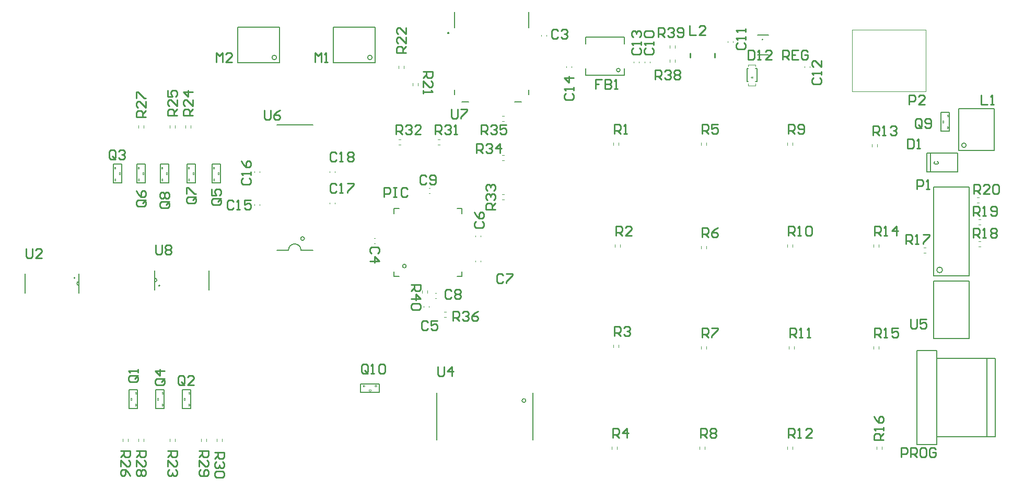
<source format=gto>
%FSLAX44Y44*%
%MOMM*%
G71*
G01*
G75*
G04 Layer_Color=65535*
%ADD10R,1.1000X0.6000*%
%ADD11R,1.5000X0.2500*%
%ADD12R,0.2500X1.5000*%
%ADD13R,0.6000X2.0000*%
%ADD14R,0.5588X1.6002*%
%ADD15R,0.8000X0.4000*%
%ADD16R,0.9000X0.5000*%
%ADD17C,1.2000*%
G04:AMPARAMS|DCode=18|XSize=1.5mm|YSize=0.8mm|CornerRadius=0.2mm|HoleSize=0mm|Usage=FLASHONLY|Rotation=0.000|XOffset=0mm|YOffset=0mm|HoleType=Round|Shape=RoundedRectangle|*
%AMROUNDEDRECTD18*
21,1,1.5000,0.4000,0,0,0.0*
21,1,1.1000,0.8000,0,0,0.0*
1,1,0.4000,0.5500,-0.2000*
1,1,0.4000,-0.5500,-0.2000*
1,1,0.4000,-0.5500,0.2000*
1,1,0.4000,0.5500,0.2000*
%
%ADD18ROUNDEDRECTD18*%
G04:AMPARAMS|DCode=19|XSize=1.5mm|YSize=0.8mm|CornerRadius=0.2mm|HoleSize=0mm|Usage=FLASHONLY|Rotation=90.000|XOffset=0mm|YOffset=0mm|HoleType=Round|Shape=RoundedRectangle|*
%AMROUNDEDRECTD19*
21,1,1.5000,0.4000,0,0,90.0*
21,1,1.1000,0.8000,0,0,90.0*
1,1,0.4000,0.2000,0.5500*
1,1,0.4000,0.2000,-0.5500*
1,1,0.4000,-0.2000,-0.5500*
1,1,0.4000,-0.2000,0.5500*
%
%ADD19ROUNDEDRECTD19*%
%ADD20O,1.0000X1.6000*%
G04:AMPARAMS|DCode=21|XSize=1.6mm|YSize=1.8mm|CornerRadius=0.4mm|HoleSize=0mm|Usage=FLASHONLY|Rotation=0.000|XOffset=0mm|YOffset=0mm|HoleType=Round|Shape=RoundedRectangle|*
%AMROUNDEDRECTD21*
21,1,1.6000,1.0000,0,0,0.0*
21,1,0.8000,1.8000,0,0,0.0*
1,1,0.8000,0.4000,-0.5000*
1,1,0.8000,-0.4000,-0.5000*
1,1,0.8000,-0.4000,0.5000*
1,1,0.8000,0.4000,0.5000*
%
%ADD21ROUNDEDRECTD21*%
%ADD22R,0.5000X0.9000*%
%ADD23R,1.7000X2.2000*%
%ADD24R,0.5000X0.6000*%
%ADD25R,0.4000X0.8000*%
%ADD26R,0.6000X0.5000*%
%ADD27R,0.6000X0.6000*%
%ADD28R,4.5000X1.7500*%
%ADD29C,0.2000*%
%ADD30C,1.0000*%
%ADD31C,0.4000*%
%ADD32C,1.5240*%
%ADD33O,2.6416X1.3208*%
%ADD34R,1.5240X1.5240*%
%ADD35C,2.4000*%
%ADD36R,1.2000X2.8000*%
%ADD37C,1.8000*%
%ADD38C,2.0000*%
%ADD39C,1.7000*%
%ADD40R,1.7000X1.7000*%
%ADD41C,1.2700*%
%ADD42C,0.1000*%
%ADD43C,0.1524*%
%ADD44C,0.1500*%
%ADD45C,0.0500*%
%ADD46C,0.1270*%
%ADD47C,0.2540*%
D29*
X699000Y431800D02*
G03*
X699000Y431800I-3000J0D01*
G01*
X892600Y213700D02*
G03*
X892600Y213700I-3000J0D01*
G01*
X533900Y476350D02*
G03*
X533900Y476350I-3000J0D01*
G01*
X162430Y412390D02*
G03*
X162430Y412390I-1000J0D01*
G01*
X299470Y400010D02*
G03*
X299470Y400010I-1000J0D01*
G01*
X788820Y697430D02*
X799820D01*
X874820D02*
X885820D01*
X897820Y818430D02*
Y843430D01*
X776820Y818430D02*
Y843430D01*
Y709430D02*
Y717430D01*
X897820Y709430D02*
Y717430D01*
X766320Y808930D02*
Y810596D01*
X767986D01*
Y808930D01*
X766320D01*
D42*
X1277030Y798790D02*
G03*
X1277030Y798790I-1000J0D01*
G01*
X461200Y583200D02*
Y585200D01*
X453200Y583200D02*
Y585200D01*
X461200Y529860D02*
Y531860D01*
X453200Y529860D02*
Y531860D01*
X1075880Y761000D02*
Y763000D01*
X1067880Y761000D02*
Y763000D01*
X745760Y379540D02*
X747760D01*
X745760Y387540D02*
X747760D01*
X966660Y753380D02*
Y755380D01*
X958660Y753380D02*
Y755380D01*
X1421120Y714820D02*
Y814820D01*
X1541120Y714820D02*
Y814820D01*
X1421120Y714820D02*
X1541120D01*
X1421120Y814820D02*
X1541120D01*
X1344740Y753380D02*
Y755380D01*
X1352740Y753380D02*
Y755380D01*
X1228280Y794020D02*
Y796020D01*
X1220280Y794020D02*
Y796020D01*
X1085660Y761000D02*
Y763000D01*
X1093660Y761000D02*
Y763000D01*
X735600Y557720D02*
X737600D01*
X735600Y549720D02*
X737600D01*
X646700Y468440D02*
X648700D01*
X646700Y476440D02*
X648700D01*
X811340Y479060D02*
Y481060D01*
X819340Y479060D02*
Y481060D01*
X811340Y438420D02*
Y440420D01*
X819340Y438420D02*
Y440420D01*
X735520Y364760D02*
Y366760D01*
X727520Y364760D02*
Y366760D01*
X575120Y583200D02*
Y585200D01*
X583120Y583200D02*
Y585200D01*
X575120Y532400D02*
Y534400D01*
X583120Y532400D02*
Y534400D01*
X926020Y804180D02*
Y806180D01*
X918020Y804180D02*
Y806180D01*
X1253200Y758200D02*
X1265200D01*
Y755200D02*
Y758200D01*
X1253200Y755200D02*
Y758200D01*
X1265200Y724200D02*
Y727200D01*
X1253200Y724200D02*
Y727200D01*
Y724200D02*
X1265200D01*
D43*
X528360Y457300D02*
G03*
X508040Y457300I-10160J0D01*
G01*
X168288Y406548D02*
G03*
X168288Y400452I0J-3048D01*
G01*
X291612Y405852D02*
G03*
X291612Y411948I0J3048D01*
G01*
X904100Y150300D02*
Y226300D01*
X748100Y150300D02*
Y226300D01*
X488990Y660500D02*
X547410D01*
X488990Y457300D02*
X508040D01*
X528360D02*
X547410D01*
X168288Y406548D02*
Y419248D01*
Y400452D02*
Y406548D01*
Y387752D02*
Y400452D01*
X80912Y387752D02*
Y419248D01*
X291612Y393152D02*
Y405852D01*
Y411948D01*
Y424648D01*
X378988Y393152D02*
Y424648D01*
D44*
X643672Y769620D02*
G03*
X643672Y769620I-3592J0D01*
G01*
X1567949Y425450D02*
G03*
X1567949Y425450I-4579J0D01*
G01*
X1045510Y749300D02*
G03*
X1045510Y749300I-2840J0D01*
G01*
X1606332Y627380D02*
G03*
X1606332Y627380I-3592J0D01*
G01*
X488732Y769620D02*
G03*
X488732Y769620I-3592J0D01*
G01*
X1268550Y805900D02*
X1286050D01*
X1268550Y773900D02*
X1286050D01*
X679100Y414900D02*
Y422900D01*
Y414900D02*
X687100D01*
X789100D02*
Y422900D01*
X781100Y414900D02*
X789100D01*
X781100Y524900D02*
X789100D01*
Y516900D02*
Y524900D01*
X679100Y516900D02*
Y524900D01*
X687100D01*
X1548550Y584440D02*
Y614440D01*
X1542200D02*
X1592200D01*
X1542200Y584440D02*
X1592200D01*
Y614440D01*
X1542200Y584440D02*
Y614440D01*
X580880Y761020D02*
Y818520D01*
X648480D01*
X580880Y761020D02*
X648480D01*
Y818520D01*
X1653240Y154940D02*
Y281940D01*
X1558440Y154940D02*
X1653240D01*
X1558440Y281940D02*
X1653240D01*
X1640240Y154940D02*
Y281940D01*
X1558440Y142240D02*
Y294640D01*
X1526640Y142240D02*
X1558440D01*
X1526640Y294640D02*
X1558440D01*
X1526640Y142240D02*
Y294640D01*
X1553500Y415780D02*
X1611000D01*
X1553500D02*
Y559580D01*
X1611000Y415780D02*
Y559580D01*
X1553500D02*
X1611000D01*
X990080Y741160D02*
Y752160D01*
X1052080Y741160D02*
Y752160D01*
X990080Y792160D02*
Y803160D01*
X1052080Y792160D02*
Y803160D01*
X990080D02*
X1052080D01*
X990080Y741160D02*
X1052080D01*
X1594140Y618980D02*
X1651640D01*
X1594140D02*
Y686580D01*
X1651640Y618980D02*
Y686580D01*
X1594140D02*
X1651640D01*
X1553500Y314180D02*
X1611000D01*
X1553500D02*
Y407180D01*
X1611000Y314180D02*
Y407180D01*
X1553500D02*
X1611000D01*
X425940Y761020D02*
Y818520D01*
X493540D01*
X425940Y761020D02*
X493540D01*
Y818520D01*
X1250950Y751700D02*
X1253200D01*
X1265200D02*
X1267450D01*
X1265200Y730700D02*
X1267450D01*
X1250950D02*
X1253200D01*
X1267450D02*
Y751700D01*
X1250950Y730700D02*
Y751700D01*
X1555852Y600899D02*
X1554852Y599899D01*
Y597900D01*
X1555852Y596900D01*
X1559850D01*
X1560850Y597900D01*
Y599899D01*
X1559850Y600899D01*
D45*
X717740Y724440D02*
Y728440D01*
X709740Y724440D02*
Y728440D01*
X1469580Y135160D02*
Y139160D01*
X1461580Y135160D02*
Y139160D01*
X1042860Y627920D02*
Y631920D01*
X1034860Y627920D02*
Y631920D01*
X1045400Y462820D02*
Y466820D01*
X1037400Y462820D02*
Y466820D01*
X1042860Y300260D02*
Y304260D01*
X1034860Y300260D02*
Y304260D01*
X1040320Y135160D02*
Y139160D01*
X1032320Y135160D02*
Y139160D01*
X1185100Y627920D02*
Y631920D01*
X1177100Y627920D02*
Y631920D01*
X1185100Y460280D02*
Y464280D01*
X1177100Y460280D02*
Y464280D01*
X1185100Y297720D02*
Y301720D01*
X1177100Y297720D02*
Y301720D01*
X1182560Y135160D02*
Y139160D01*
X1174560Y135160D02*
Y139160D01*
X1324800Y627920D02*
Y631920D01*
X1316800Y627920D02*
Y631920D01*
X1324800Y462820D02*
Y466820D01*
X1316800Y462820D02*
Y466820D01*
X1327340Y297720D02*
Y301720D01*
X1319340Y297720D02*
Y301720D01*
X1324800Y135160D02*
Y139160D01*
X1316800Y135160D02*
Y139160D01*
X1461960Y625380D02*
Y629380D01*
X1453960Y625380D02*
Y629380D01*
X1464500Y462820D02*
Y466820D01*
X1456500Y462820D02*
Y466820D01*
X1464500Y297720D02*
Y301720D01*
X1456500Y297720D02*
Y301720D01*
X686340Y636460D02*
X690340D01*
X686340Y628460D02*
X690340D01*
X749840Y636460D02*
X753840D01*
X749840Y628460D02*
X753840D01*
X1134300Y784940D02*
Y788940D01*
X1126300Y784940D02*
Y788940D01*
X1134300Y762540D02*
Y766540D01*
X1126300Y762540D02*
Y766540D01*
X1537240Y461200D02*
X1541240D01*
X1537240Y453200D02*
X1541240D01*
X1626140Y471360D02*
X1630140D01*
X1626140Y463360D02*
X1630140D01*
X1626140Y506920D02*
X1630140D01*
X1626140Y498920D02*
X1630140D01*
X1623600Y542480D02*
X1627600D01*
X1623600Y534480D02*
X1627600D01*
X724980Y388240D02*
Y392240D01*
X732980Y388240D02*
Y392240D01*
X760000Y349060D02*
X764000D01*
X760000Y357060D02*
X764000D01*
X694880Y752380D02*
Y756380D01*
X686880Y752380D02*
Y756380D01*
X853980Y611060D02*
X857980D01*
X853980Y603060D02*
X857980D01*
X853980Y674560D02*
X857980D01*
X853980Y666560D02*
X857980D01*
X853980Y547560D02*
X857980D01*
X853980Y539560D02*
X857980D01*
X392240Y147860D02*
Y151860D01*
X400240Y147860D02*
Y151860D01*
X366840Y147860D02*
Y151860D01*
X374840Y147860D02*
Y151860D01*
X273240Y655860D02*
Y659860D01*
X265240Y655860D02*
Y659860D01*
X324040Y655860D02*
Y659860D01*
X316040Y655860D02*
Y659860D01*
X239840Y147860D02*
Y151860D01*
X247840Y147860D02*
Y151860D01*
X265240Y147860D02*
Y151860D01*
X273240Y147860D02*
Y151860D01*
X349440Y655860D02*
Y659860D01*
X341440Y655860D02*
Y659860D01*
X316040Y147860D02*
Y151860D01*
X324040Y147860D02*
Y151860D01*
X631149Y236761D02*
X631649Y237260D01*
Y238260D01*
X631149Y238760D01*
X630649D01*
X630149Y238260D01*
Y237260D01*
X629650Y236761D01*
X629150D01*
X628650Y237260D01*
Y238260D01*
X629150Y238760D01*
X650199Y236761D02*
X650699Y237260D01*
Y238260D01*
X650199Y238760D01*
X648200D01*
X647700Y238260D01*
Y237260D01*
X648200Y236761D01*
X649200D01*
Y237760D01*
X641579Y231140D02*
X638580D01*
Y229641D01*
X639080Y229141D01*
X641079D01*
X641579Y229641D01*
Y231140D01*
X1575341Y674411D02*
X1575840Y673911D01*
X1576840D01*
X1577340Y674411D01*
Y674911D01*
X1576840Y675411D01*
X1575840D01*
X1575341Y675910D01*
Y676410D01*
X1575840Y676910D01*
X1576840D01*
X1577340Y676410D01*
X1575341Y655361D02*
X1575840Y654861D01*
X1576840D01*
X1577340Y655361D01*
Y657360D01*
X1576840Y657860D01*
X1575840D01*
X1575341Y657360D01*
Y656360D01*
X1576340D01*
X1569720Y663981D02*
Y666980D01*
X1568221D01*
X1567721Y666480D01*
Y664481D01*
X1568221Y663981D01*
X1569720D01*
X228059Y572729D02*
X227560Y573229D01*
X226560D01*
X226060Y572729D01*
Y572229D01*
X226560Y571730D01*
X227560D01*
X228059Y571230D01*
Y570730D01*
X227560Y570230D01*
X226560D01*
X226060Y570730D01*
X228059Y591779D02*
X227560Y592279D01*
X226560D01*
X226060Y591779D01*
Y589780D01*
X226560Y589280D01*
X227560D01*
X228059Y589780D01*
Y590779D01*
X227060D01*
X233680Y583159D02*
Y580160D01*
X235180D01*
X235679Y580660D01*
Y582659D01*
X235180Y583159D01*
X233680D01*
X345981Y224831D02*
X346480Y224331D01*
X347480D01*
X347980Y224831D01*
Y225331D01*
X347480Y225830D01*
X346480D01*
X345981Y226330D01*
Y226830D01*
X346480Y227330D01*
X347480D01*
X347980Y226830D01*
X345981Y205781D02*
X346480Y205281D01*
X347480D01*
X347980Y205781D01*
Y207780D01*
X347480Y208280D01*
X346480D01*
X345981Y207780D01*
Y206780D01*
X346980D01*
X340360Y214401D02*
Y217400D01*
X338861D01*
X338361Y216900D01*
Y214901D01*
X338861Y214401D01*
X340360D01*
X388079Y572729D02*
X387579Y573229D01*
X386580D01*
X386080Y572729D01*
Y572229D01*
X386580Y571730D01*
X387579D01*
X388079Y571230D01*
Y570730D01*
X387579Y570230D01*
X386580D01*
X386080Y570730D01*
X388079Y591779D02*
X387579Y592279D01*
X386580D01*
X386080Y591779D01*
Y589780D01*
X386580Y589280D01*
X387579D01*
X388079Y589780D01*
Y590779D01*
X387080D01*
X393700Y583159D02*
Y580160D01*
X395200D01*
X395699Y580660D01*
Y582659D01*
X395200Y583159D01*
X393700D01*
X266159Y572729D02*
X265660Y573229D01*
X264660D01*
X264160Y572729D01*
Y572229D01*
X264660Y571730D01*
X265660D01*
X266159Y571230D01*
Y570730D01*
X265660Y570230D01*
X264660D01*
X264160Y570730D01*
X266159Y591779D02*
X265660Y592279D01*
X264660D01*
X264160Y591779D01*
Y589780D01*
X264660Y589280D01*
X265660D01*
X266159Y589780D01*
Y590779D01*
X265160D01*
X271780Y583159D02*
Y580160D01*
X273279D01*
X273779Y580660D01*
Y582659D01*
X273279Y583159D01*
X271780D01*
X347439Y572729D02*
X346940Y573229D01*
X345940D01*
X345440Y572729D01*
Y572229D01*
X345940Y571730D01*
X346940D01*
X347439Y571230D01*
Y570730D01*
X346940Y570230D01*
X345940D01*
X345440Y570730D01*
X347439Y591779D02*
X346940Y592279D01*
X345940D01*
X345440Y591779D01*
Y589780D01*
X345940Y589280D01*
X346940D01*
X347439Y589780D01*
Y590779D01*
X346440D01*
X353060Y583159D02*
Y580160D01*
X354560D01*
X355059Y580660D01*
Y582659D01*
X354560Y583159D01*
X353060D01*
X304259Y572729D02*
X303759Y573229D01*
X302760D01*
X302260Y572729D01*
Y572229D01*
X302760Y571730D01*
X303759D01*
X304259Y571230D01*
Y570730D01*
X303759Y570230D01*
X302760D01*
X302260Y570730D01*
X304259Y591779D02*
X303759Y592279D01*
X302760D01*
X302260Y591779D01*
Y589780D01*
X302760Y589280D01*
X303759D01*
X304259Y589780D01*
Y590779D01*
X303260D01*
X309880Y583159D02*
Y580160D01*
X311380D01*
X311879Y580660D01*
Y582659D01*
X311380Y583159D01*
X309880D01*
X302801Y224831D02*
X303300Y224331D01*
X304300D01*
X304800Y224831D01*
Y225331D01*
X304300Y225830D01*
X303300D01*
X302801Y226330D01*
Y226830D01*
X303300Y227330D01*
X304300D01*
X304800Y226830D01*
X302801Y205781D02*
X303300Y205281D01*
X304300D01*
X304800Y205781D01*
Y207780D01*
X304300Y208280D01*
X303300D01*
X302801Y207780D01*
Y206780D01*
X303800D01*
X297180Y214401D02*
Y217400D01*
X295681D01*
X295181Y216900D01*
Y214901D01*
X295681Y214401D01*
X297180D01*
X259621Y224831D02*
X260121Y224331D01*
X261120D01*
X261620Y224831D01*
Y225331D01*
X261120Y225830D01*
X260121D01*
X259621Y226330D01*
Y226830D01*
X260121Y227330D01*
X261120D01*
X261620Y226830D01*
X259621Y205781D02*
X260121Y205281D01*
X261120D01*
X261620Y205781D01*
Y207780D01*
X261120Y208280D01*
X260121D01*
X259621Y207780D01*
Y206780D01*
X260620D01*
X254000Y214401D02*
Y217400D01*
X252500D01*
X252001Y216900D01*
Y214901D01*
X252500Y214401D01*
X254000D01*
X1260470Y738660D02*
X1258471D01*
X1257471Y737660D01*
X1258471Y736661D01*
X1260470D01*
X1258970D01*
Y738660D01*
D46*
X655280Y226680D02*
Y240680D01*
X624880Y226680D02*
X655280D01*
X624880D02*
Y240680D01*
X655280D01*
X1565260Y650280D02*
X1579260D01*
X1565260D02*
Y680680D01*
X1579260D01*
Y650280D02*
Y680680D01*
X224140Y596860D02*
X238140D01*
Y566460D02*
Y596860D01*
X224140Y566460D02*
X238140D01*
X224140D02*
Y596860D01*
X335900Y200700D02*
X349900D01*
X335900D02*
Y231100D01*
X349900D01*
Y200700D02*
Y231100D01*
X384160Y596860D02*
X398160D01*
Y566460D02*
Y596860D01*
X384160Y566460D02*
X398160D01*
X384160D02*
Y596860D01*
X262240D02*
X276240D01*
Y566460D02*
Y596860D01*
X262240Y566460D02*
X276240D01*
X262240D02*
Y596860D01*
X343520D02*
X357520D01*
Y566460D02*
Y596860D01*
X343520Y566460D02*
X357520D01*
X343520D02*
Y596860D01*
X300340D02*
X314340D01*
Y566460D02*
Y596860D01*
X300340Y566460D02*
X314340D01*
X300340D02*
Y596860D01*
X292720Y200700D02*
X306720D01*
X292720D02*
Y231100D01*
X306720D01*
Y200700D02*
Y231100D01*
X249540Y200700D02*
X263540D01*
X249540D02*
Y231100D01*
X263540D01*
Y200700D02*
Y231100D01*
D47*
X1159100Y769550D02*
Y776550D01*
X1199100Y769550D02*
Y776550D01*
X663100Y543800D02*
Y559035D01*
X670717D01*
X673257Y556496D01*
Y551418D01*
X670717Y548878D01*
X663100D01*
X678335Y559035D02*
X683413D01*
X680874D01*
Y543800D01*
X678335D01*
X683413D01*
X701188Y556496D02*
X698649Y559035D01*
X693570D01*
X691031Y556496D01*
Y546339D01*
X693570Y543800D01*
X698649D01*
X701188Y546339D01*
X1309100Y766200D02*
Y781435D01*
X1316718D01*
X1319257Y778896D01*
Y773818D01*
X1316718Y771278D01*
X1309100D01*
X1314178D02*
X1319257Y766200D01*
X1334492Y781435D02*
X1324335D01*
Y766200D01*
X1334492D01*
X1324335Y773818D02*
X1329413D01*
X1349727Y778896D02*
X1347188Y781435D01*
X1342109D01*
X1339570Y778896D01*
Y768739D01*
X1342109Y766200D01*
X1347188D01*
X1349727Y768739D01*
Y773818D01*
X1344648D01*
X1511046Y638043D02*
Y622808D01*
X1518663D01*
X1521203Y625347D01*
Y635504D01*
X1518663Y638043D01*
X1511046D01*
X1526281Y622808D02*
X1531359D01*
X1528820D01*
Y638043D01*
X1526281Y635504D01*
X293290Y465615D02*
Y452919D01*
X295829Y450380D01*
X300907D01*
X303447Y452919D01*
Y465615D01*
X308525Y463076D02*
X311064Y465615D01*
X316143D01*
X318682Y463076D01*
Y460537D01*
X316143Y457998D01*
X318682Y455458D01*
Y452919D01*
X316143Y450380D01*
X311064D01*
X308525Y452919D01*
Y455458D01*
X311064Y457998D01*
X308525Y460537D01*
Y463076D01*
X311064Y457998D02*
X316143D01*
X469078Y684041D02*
Y671345D01*
X471617Y668806D01*
X476696D01*
X479235Y671345D01*
Y684041D01*
X494470D02*
X489391Y681502D01*
X484313Y676423D01*
Y671345D01*
X486852Y668806D01*
X491931D01*
X494470Y671345D01*
Y673884D01*
X491931Y676423D01*
X484313D01*
X749992Y268647D02*
Y255951D01*
X752531Y253412D01*
X757609D01*
X760149Y255951D01*
Y268647D01*
X772845Y253412D02*
Y268647D01*
X765227Y261030D01*
X775384D01*
X82574Y460179D02*
Y447483D01*
X85113Y444944D01*
X90191D01*
X92731Y447483D01*
Y460179D01*
X107966Y444944D02*
X97809D01*
X107966Y455101D01*
Y457640D01*
X105427Y460179D01*
X100348D01*
X97809Y457640D01*
X1501140Y121920D02*
Y137155D01*
X1508757D01*
X1511297Y134616D01*
Y129537D01*
X1508757Y126998D01*
X1501140D01*
X1516375Y121920D02*
Y137155D01*
X1523993D01*
X1526532Y134616D01*
Y129537D01*
X1523993Y126998D01*
X1516375D01*
X1521453D02*
X1526532Y121920D01*
X1539228Y137155D02*
X1534149D01*
X1531610Y134616D01*
Y124459D01*
X1534149Y121920D01*
X1539228D01*
X1541767Y124459D01*
Y134616D01*
X1539228Y137155D01*
X1557002Y134616D02*
X1554463Y137155D01*
X1549384D01*
X1546845Y134616D01*
Y124459D01*
X1549384Y121920D01*
X1554463D01*
X1557002Y124459D01*
Y129537D01*
X1551924D01*
X551180Y762000D02*
Y777235D01*
X556258Y772157D01*
X561337Y777235D01*
Y762000D01*
X566415D02*
X571493D01*
X568954D01*
Y777235D01*
X566415Y774696D01*
X391160Y762000D02*
Y777235D01*
X396238Y772157D01*
X401317Y777235D01*
Y762000D01*
X416552D02*
X406395D01*
X416552Y772157D01*
Y774696D01*
X414013Y777235D01*
X408934D01*
X406395Y774696D01*
X1472280Y149860D02*
X1457045D01*
Y157478D01*
X1459584Y160017D01*
X1464662D01*
X1467202Y157478D01*
Y149860D01*
Y154938D02*
X1472280Y160017D01*
Y165095D02*
Y170173D01*
Y167634D01*
X1457045D01*
X1459584Y165095D01*
X1457045Y187948D02*
X1459584Y182869D01*
X1464662Y177791D01*
X1469741D01*
X1472280Y180330D01*
Y185408D01*
X1469741Y187948D01*
X1467202D01*
X1464662Y185408D01*
Y177791D01*
X1457960Y316230D02*
Y331465D01*
X1465578D01*
X1468117Y328926D01*
Y323848D01*
X1465578Y321308D01*
X1457960D01*
X1463038D02*
X1468117Y316230D01*
X1473195D02*
X1478273D01*
X1475734D01*
Y331465D01*
X1473195Y328926D01*
X1496048Y331465D02*
X1485891D01*
Y323848D01*
X1490969Y326387D01*
X1493508D01*
X1496048Y323848D01*
Y318769D01*
X1493508Y316230D01*
X1488430D01*
X1485891Y318769D01*
X1457960Y481330D02*
Y496565D01*
X1465578D01*
X1468117Y494026D01*
Y488947D01*
X1465578Y486408D01*
X1457960D01*
X1463038D02*
X1468117Y481330D01*
X1473195D02*
X1478273D01*
X1475734D01*
Y496565D01*
X1473195Y494026D01*
X1493508Y481330D02*
Y496565D01*
X1485891Y488947D01*
X1496048D01*
X1455420Y643890D02*
Y659125D01*
X1463038D01*
X1465577Y656586D01*
Y651507D01*
X1463038Y648968D01*
X1455420D01*
X1460498D02*
X1465577Y643890D01*
X1470655D02*
X1475733D01*
X1473194D01*
Y659125D01*
X1470655Y656586D01*
X1483351D02*
X1485890Y659125D01*
X1490968D01*
X1493508Y656586D01*
Y654047D01*
X1490968Y651507D01*
X1488429D01*
X1490968D01*
X1493508Y648968D01*
Y646429D01*
X1490968Y643890D01*
X1485890D01*
X1483351Y646429D01*
X1318260Y153670D02*
Y168905D01*
X1325878D01*
X1328417Y166366D01*
Y161287D01*
X1325878Y158748D01*
X1318260D01*
X1323338D02*
X1328417Y153670D01*
X1333495D02*
X1338573D01*
X1336034D01*
Y168905D01*
X1333495Y166366D01*
X1356348Y153670D02*
X1346191D01*
X1356348Y163827D01*
Y166366D01*
X1353808Y168905D01*
X1348730D01*
X1346191Y166366D01*
X1320800Y316230D02*
Y331465D01*
X1328418D01*
X1330957Y328926D01*
Y323848D01*
X1328418Y321308D01*
X1320800D01*
X1325878D02*
X1330957Y316230D01*
X1336035D02*
X1341113D01*
X1338574D01*
Y331465D01*
X1336035Y328926D01*
X1348731Y316230D02*
X1353809D01*
X1351270D01*
Y331465D01*
X1348731Y328926D01*
X1318260Y481330D02*
Y496565D01*
X1325878D01*
X1328417Y494026D01*
Y488947D01*
X1325878Y486408D01*
X1318260D01*
X1323338D02*
X1328417Y481330D01*
X1333495D02*
X1338573D01*
X1336034D01*
Y496565D01*
X1333495Y494026D01*
X1346191D02*
X1348730Y496565D01*
X1353808D01*
X1356348Y494026D01*
Y483869D01*
X1353808Y481330D01*
X1348730D01*
X1346191Y483869D01*
Y494026D01*
X1318260Y646430D02*
Y661665D01*
X1325878D01*
X1328417Y659126D01*
Y654047D01*
X1325878Y651508D01*
X1318260D01*
X1323338D02*
X1328417Y646430D01*
X1333495Y648969D02*
X1336034Y646430D01*
X1341113D01*
X1343652Y648969D01*
Y659126D01*
X1341113Y661665D01*
X1336034D01*
X1333495Y659126D01*
Y656587D01*
X1336034Y654047D01*
X1343652D01*
X1176020Y153670D02*
Y168905D01*
X1183637D01*
X1186177Y166366D01*
Y161287D01*
X1183637Y158748D01*
X1176020D01*
X1181098D02*
X1186177Y153670D01*
X1191255Y166366D02*
X1193794Y168905D01*
X1198873D01*
X1201412Y166366D01*
Y163827D01*
X1198873Y161287D01*
X1201412Y158748D01*
Y156209D01*
X1198873Y153670D01*
X1193794D01*
X1191255Y156209D01*
Y158748D01*
X1193794Y161287D01*
X1191255Y163827D01*
Y166366D01*
X1193794Y161287D02*
X1198873D01*
X1178718Y316230D02*
Y331465D01*
X1186336D01*
X1188875Y328926D01*
Y323848D01*
X1186336Y321308D01*
X1178718D01*
X1183796D02*
X1188875Y316230D01*
X1193953Y331465D02*
X1204110D01*
Y328926D01*
X1193953Y318769D01*
Y316230D01*
X1178560Y478790D02*
Y494025D01*
X1186178D01*
X1188717Y491486D01*
Y486408D01*
X1186178Y483868D01*
X1178560D01*
X1183638D02*
X1188717Y478790D01*
X1203952Y494025D02*
X1198873Y491486D01*
X1193795Y486408D01*
Y481329D01*
X1196334Y478790D01*
X1201413D01*
X1203952Y481329D01*
Y483868D01*
X1201413Y486408D01*
X1193795D01*
X1178560Y646430D02*
Y661665D01*
X1186178D01*
X1188717Y659126D01*
Y654047D01*
X1186178Y651508D01*
X1178560D01*
X1183638D02*
X1188717Y646430D01*
X1203952Y661665D02*
X1193795D01*
Y654047D01*
X1198873Y656587D01*
X1201413D01*
X1203952Y654047D01*
Y648969D01*
X1201413Y646430D01*
X1196334D01*
X1193795Y648969D01*
X1033780Y153670D02*
Y168905D01*
X1041397D01*
X1043937Y166366D01*
Y161287D01*
X1041397Y158748D01*
X1033780D01*
X1038858D02*
X1043937Y153670D01*
X1056633D02*
Y168905D01*
X1049015Y161287D01*
X1059172D01*
X1036478Y318770D02*
Y334005D01*
X1044096D01*
X1046635Y331466D01*
Y326387D01*
X1044096Y323848D01*
X1036478D01*
X1041556D02*
X1046635Y318770D01*
X1051713Y331466D02*
X1054252Y334005D01*
X1059331D01*
X1061870Y331466D01*
Y328927D01*
X1059331Y326387D01*
X1056791D01*
X1059331D01*
X1061870Y323848D01*
Y321309D01*
X1059331Y318770D01*
X1054252D01*
X1051713Y321309D01*
X1038860Y481330D02*
Y496565D01*
X1046478D01*
X1049017Y494026D01*
Y488947D01*
X1046478Y486408D01*
X1038860D01*
X1043938D02*
X1049017Y481330D01*
X1064252D02*
X1054095D01*
X1064252Y491487D01*
Y494026D01*
X1061713Y496565D01*
X1056634D01*
X1054095Y494026D01*
X1036320Y646430D02*
Y661665D01*
X1043938D01*
X1046477Y659126D01*
Y654047D01*
X1043938Y651508D01*
X1036320D01*
X1041398D02*
X1046477Y646430D01*
X1051555D02*
X1056633D01*
X1054094D01*
Y661665D01*
X1051555Y659126D01*
X957584Y711197D02*
X955045Y708658D01*
Y703579D01*
X957584Y701040D01*
X967741D01*
X970280Y703579D01*
Y708658D01*
X967741Y711197D01*
X970280Y716275D02*
Y721353D01*
Y718814D01*
X955045D01*
X957584Y716275D01*
X970280Y736589D02*
X955045D01*
X962663Y728971D01*
Y739128D01*
X1015997Y734055D02*
X1005840D01*
Y726438D01*
X1010918D01*
X1005840D01*
Y718820D01*
X1021075Y734055D02*
Y718820D01*
X1028693D01*
X1031232Y721359D01*
Y723898D01*
X1028693Y726438D01*
X1021075D01*
X1028693D01*
X1031232Y728977D01*
Y731516D01*
X1028693Y734055D01*
X1021075D01*
X1036310Y718820D02*
X1041388D01*
X1038849D01*
Y734055D01*
X1036310Y731516D01*
X1066804Y784857D02*
X1064265Y782318D01*
Y777239D01*
X1066804Y774700D01*
X1076961D01*
X1079500Y777239D01*
Y782318D01*
X1076961Y784857D01*
X1079500Y789935D02*
Y795013D01*
Y792474D01*
X1064265D01*
X1066804Y789935D01*
Y802631D02*
X1064265Y805170D01*
Y810248D01*
X1066804Y812788D01*
X1069343D01*
X1071882Y810248D01*
Y807709D01*
Y810248D01*
X1074422Y812788D01*
X1076961D01*
X1079500Y810248D01*
Y805170D01*
X1076961Y802631D01*
X944877Y812746D02*
X942337Y815285D01*
X937259D01*
X934720Y812746D01*
Y802589D01*
X937259Y800050D01*
X942337D01*
X944877Y802589D01*
X949955Y812746D02*
X952494Y815285D01*
X957573D01*
X960112Y812746D01*
Y810207D01*
X957573Y807667D01*
X955033D01*
X957573D01*
X960112Y805128D01*
Y802589D01*
X957573Y800050D01*
X952494D01*
X949955Y802589D01*
X652776Y452123D02*
X655315Y454663D01*
Y459741D01*
X652776Y462280D01*
X642619D01*
X640080Y459741D01*
Y454663D01*
X642619Y452123D01*
X640080Y439427D02*
X655315D01*
X647698Y447045D01*
Y436888D01*
X734057Y340356D02*
X731517Y342895D01*
X726439D01*
X723900Y340356D01*
Y330199D01*
X726439Y327660D01*
X731517D01*
X734057Y330199D01*
X749292Y342895D02*
X739135D01*
Y335277D01*
X744213Y337817D01*
X746753D01*
X749292Y335277D01*
Y330199D01*
X746753Y327660D01*
X741674D01*
X739135Y330199D01*
X811544Y504217D02*
X809004Y501678D01*
Y496599D01*
X811544Y494060D01*
X821700D01*
X824240Y496599D01*
Y501678D01*
X821700Y504217D01*
X809004Y519452D02*
X811544Y514373D01*
X816622Y509295D01*
X821700D01*
X824240Y511834D01*
Y516913D01*
X821700Y519452D01*
X819161D01*
X816622Y516913D01*
Y509295D01*
X855977Y416556D02*
X853438Y419095D01*
X848359D01*
X845820Y416556D01*
Y406399D01*
X848359Y403860D01*
X853438D01*
X855977Y406399D01*
X861055Y419095D02*
X871212D01*
Y416556D01*
X861055Y406399D01*
Y403860D01*
X772157Y391156D02*
X769617Y393695D01*
X764539D01*
X762000Y391156D01*
Y380999D01*
X764539Y378460D01*
X769617D01*
X772157Y380999D01*
X777235Y391156D02*
X779774Y393695D01*
X784853D01*
X787392Y391156D01*
Y388617D01*
X784853Y386077D01*
X787392Y383538D01*
Y380999D01*
X784853Y378460D01*
X779774D01*
X777235Y380999D01*
Y383538D01*
X779774Y386077D01*
X777235Y388617D01*
Y391156D01*
X779774Y386077D02*
X784853D01*
X731517Y576576D02*
X728978Y579115D01*
X723899D01*
X721360Y576576D01*
Y566419D01*
X723899Y563880D01*
X728978D01*
X731517Y566419D01*
X736595D02*
X739134Y563880D01*
X744213D01*
X746752Y566419D01*
Y576576D01*
X744213Y579115D01*
X739134D01*
X736595Y576576D01*
Y574037D01*
X739134Y571497D01*
X746752D01*
X1087124Y784857D02*
X1084585Y782318D01*
Y777239D01*
X1087124Y774700D01*
X1097281D01*
X1099820Y777239D01*
Y782318D01*
X1097281Y784857D01*
X1099820Y789935D02*
Y795013D01*
Y792474D01*
X1084585D01*
X1087124Y789935D01*
Y802631D02*
X1084585Y805170D01*
Y810248D01*
X1087124Y812788D01*
X1097281D01*
X1099820Y810248D01*
Y805170D01*
X1097281Y802631D01*
X1087124D01*
X1235714Y793747D02*
X1233175Y791208D01*
Y786129D01*
X1235714Y783590D01*
X1245871D01*
X1248410Y786129D01*
Y791208D01*
X1245871Y793747D01*
X1248410Y798825D02*
Y803903D01*
Y801364D01*
X1233175D01*
X1235714Y798825D01*
X1248410Y811521D02*
Y816599D01*
Y814060D01*
X1233175D01*
X1235714Y811521D01*
X1358904Y736597D02*
X1356365Y734057D01*
Y728979D01*
X1358904Y726440D01*
X1369061D01*
X1371600Y728979D01*
Y734057D01*
X1369061Y736597D01*
X1371600Y741675D02*
Y746753D01*
Y744214D01*
X1356365D01*
X1358904Y741675D01*
X1371600Y764528D02*
Y754371D01*
X1361443Y764528D01*
X1358904D01*
X1356365Y761989D01*
Y756910D01*
X1358904Y754371D01*
X1630680Y708655D02*
Y693420D01*
X1640837D01*
X1645915D02*
X1650993D01*
X1648454D01*
Y708655D01*
X1645915Y706116D01*
X1513840Y693420D02*
Y708655D01*
X1521458D01*
X1523997Y706116D01*
Y701038D01*
X1521458Y698498D01*
X1513840D01*
X1539232Y693420D02*
X1529075D01*
X1539232Y703577D01*
Y706116D01*
X1536693Y708655D01*
X1531614D01*
X1529075Y706116D01*
X1534157Y657859D02*
Y668016D01*
X1531617Y670555D01*
X1526539D01*
X1524000Y668016D01*
Y657859D01*
X1526539Y655320D01*
X1531617D01*
X1529078Y660398D02*
X1534157Y655320D01*
X1531617D02*
X1534157Y657859D01*
X1539235D02*
X1541774Y655320D01*
X1546853D01*
X1549392Y657859D01*
Y668016D01*
X1546853Y670555D01*
X1541774D01*
X1539235Y668016D01*
Y665477D01*
X1541774Y662937D01*
X1549392D01*
X637029Y260349D02*
Y270506D01*
X634490Y273045D01*
X629411D01*
X626872Y270506D01*
Y260349D01*
X629411Y257810D01*
X634490D01*
X631950Y262888D02*
X637029Y257810D01*
X634490D02*
X637029Y260349D01*
X642107Y257810D02*
X647185D01*
X644646D01*
Y273045D01*
X642107Y270506D01*
X654803D02*
X657342Y273045D01*
X662421D01*
X664960Y270506D01*
Y260349D01*
X662421Y257810D01*
X657342D01*
X654803Y260349D01*
Y270506D01*
X1508760Y467360D02*
Y482595D01*
X1516378D01*
X1518917Y480056D01*
Y474977D01*
X1516378Y472438D01*
X1508760D01*
X1513838D02*
X1518917Y467360D01*
X1523995D02*
X1529073D01*
X1526534D01*
Y482595D01*
X1523995Y480056D01*
X1536691Y482595D02*
X1546848D01*
Y480056D01*
X1536691Y469899D01*
Y467360D01*
X1617980Y477520D02*
Y492755D01*
X1625598D01*
X1628137Y490216D01*
Y485137D01*
X1625598Y482598D01*
X1617980D01*
X1623058D02*
X1628137Y477520D01*
X1633215D02*
X1638293D01*
X1635754D01*
Y492755D01*
X1633215Y490216D01*
X1645911D02*
X1648450Y492755D01*
X1653528D01*
X1656068Y490216D01*
Y487677D01*
X1653528Y485137D01*
X1656068Y482598D01*
Y480059D01*
X1653528Y477520D01*
X1648450D01*
X1645911Y480059D01*
Y482598D01*
X1648450Y485137D01*
X1645911Y487677D01*
Y490216D01*
X1648450Y485137D02*
X1653528D01*
X1617980Y513080D02*
Y528315D01*
X1625598D01*
X1628137Y525776D01*
Y520698D01*
X1625598Y518158D01*
X1617980D01*
X1623058D02*
X1628137Y513080D01*
X1633215D02*
X1638293D01*
X1635754D01*
Y528315D01*
X1633215Y525776D01*
X1645911Y515619D02*
X1648450Y513080D01*
X1653528D01*
X1656068Y515619D01*
Y525776D01*
X1653528Y528315D01*
X1648450D01*
X1645911Y525776D01*
Y523237D01*
X1648450Y520698D01*
X1656068D01*
X1618900Y548640D02*
Y563875D01*
X1626517D01*
X1629057Y561336D01*
Y556258D01*
X1626517Y553718D01*
X1618900D01*
X1623978D02*
X1629057Y548640D01*
X1644292D02*
X1634135D01*
X1644292Y558797D01*
Y561336D01*
X1641753Y563875D01*
X1636674D01*
X1634135Y561336D01*
X1649370D02*
X1651909Y563875D01*
X1656988D01*
X1659527Y561336D01*
Y551179D01*
X1656988Y548640D01*
X1651909D01*
X1649370Y551179D01*
Y561336D01*
X726440Y746760D02*
X741675D01*
Y739143D01*
X739136Y736603D01*
X734057D01*
X731518Y739143D01*
Y746760D01*
Y741682D02*
X726440Y736603D01*
Y721368D02*
Y731525D01*
X736597Y721368D01*
X739136D01*
X741675Y723907D01*
Y728986D01*
X739136Y731525D01*
X726440Y716290D02*
Y711211D01*
Y713751D01*
X741675D01*
X739136Y716290D01*
X698500Y777240D02*
X683265D01*
Y784857D01*
X685804Y787397D01*
X690882D01*
X693422Y784857D01*
Y777240D01*
Y782318D02*
X698500Y787397D01*
Y802632D02*
Y792475D01*
X688343Y802632D01*
X685804D01*
X683265Y800093D01*
Y795014D01*
X685804Y792475D01*
X698500Y817867D02*
Y807710D01*
X688343Y817867D01*
X685804D01*
X683265Y815328D01*
Y810249D01*
X685804Y807710D01*
X745490Y645160D02*
Y660395D01*
X753108D01*
X755647Y657856D01*
Y652777D01*
X753108Y650238D01*
X745490D01*
X750568D02*
X755647Y645160D01*
X760725Y657856D02*
X763264Y660395D01*
X768343D01*
X770882Y657856D01*
Y655317D01*
X768343Y652777D01*
X765803D01*
X768343D01*
X770882Y650238D01*
Y647699D01*
X768343Y645160D01*
X763264D01*
X760725Y647699D01*
X775960Y645160D02*
X781039D01*
X778499D01*
Y660395D01*
X775960Y657856D01*
X681990Y645160D02*
Y660395D01*
X689607D01*
X692147Y657856D01*
Y652777D01*
X689607Y650238D01*
X681990D01*
X687068D02*
X692147Y645160D01*
X697225Y657856D02*
X699764Y660395D01*
X704843D01*
X707382Y657856D01*
Y655317D01*
X704843Y652777D01*
X702303D01*
X704843D01*
X707382Y650238D01*
Y647699D01*
X704843Y645160D01*
X699764D01*
X697225Y647699D01*
X722617Y645160D02*
X712460D01*
X722617Y655317D01*
Y657856D01*
X720078Y660395D01*
X714999D01*
X712460Y657856D01*
X843280Y523240D02*
X828045D01*
Y530858D01*
X830584Y533397D01*
X835663D01*
X838202Y530858D01*
Y523240D01*
Y528318D02*
X843280Y533397D01*
X830584Y538475D02*
X828045Y541014D01*
Y546093D01*
X830584Y548632D01*
X833123D01*
X835663Y546093D01*
Y543553D01*
Y546093D01*
X838202Y548632D01*
X840741D01*
X843280Y546093D01*
Y541014D01*
X840741Y538475D01*
X830584Y553710D02*
X828045Y556249D01*
Y561328D01*
X830584Y563867D01*
X833123D01*
X835663Y561328D01*
Y558788D01*
Y561328D01*
X838202Y563867D01*
X840741D01*
X843280Y561328D01*
Y556249D01*
X840741Y553710D01*
X812800Y614680D02*
Y629915D01*
X820417D01*
X822957Y627376D01*
Y622298D01*
X820417Y619758D01*
X812800D01*
X817878D02*
X822957Y614680D01*
X828035Y627376D02*
X830574Y629915D01*
X835653D01*
X838192Y627376D01*
Y624837D01*
X835653Y622298D01*
X833113D01*
X835653D01*
X838192Y619758D01*
Y617219D01*
X835653Y614680D01*
X830574D01*
X828035Y617219D01*
X850888Y614680D02*
Y629915D01*
X843270Y622298D01*
X853427D01*
X820420Y645160D02*
Y660395D01*
X828037D01*
X830577Y657856D01*
Y652777D01*
X828037Y650238D01*
X820420D01*
X825498D02*
X830577Y645160D01*
X835655Y657856D02*
X838194Y660395D01*
X843273D01*
X845812Y657856D01*
Y655317D01*
X843273Y652777D01*
X840733D01*
X843273D01*
X845812Y650238D01*
Y647699D01*
X843273Y645160D01*
X838194D01*
X835655Y647699D01*
X861047Y660395D02*
X850890D01*
Y652777D01*
X855968Y655317D01*
X858508D01*
X861047Y652777D01*
Y647699D01*
X858508Y645160D01*
X853429D01*
X850890Y647699D01*
X774700Y342900D02*
Y358135D01*
X782318D01*
X784857Y355596D01*
Y350518D01*
X782318Y347978D01*
X774700D01*
X779778D02*
X784857Y342900D01*
X789935Y355596D02*
X792474Y358135D01*
X797553D01*
X800092Y355596D01*
Y353057D01*
X797553Y350518D01*
X795013D01*
X797553D01*
X800092Y347978D01*
Y345439D01*
X797553Y342900D01*
X792474D01*
X789935Y345439D01*
X815327Y358135D02*
X810248Y355596D01*
X805170Y350518D01*
Y345439D01*
X807709Y342900D01*
X812788D01*
X815327Y345439D01*
Y347978D01*
X812788Y350518D01*
X805170D01*
X1102360Y734060D02*
Y749295D01*
X1109977D01*
X1112517Y746756D01*
Y741677D01*
X1109977Y739138D01*
X1102360D01*
X1107438D02*
X1112517Y734060D01*
X1117595Y746756D02*
X1120134Y749295D01*
X1125213D01*
X1127752Y746756D01*
Y744217D01*
X1125213Y741677D01*
X1122673D01*
X1125213D01*
X1127752Y739138D01*
Y736599D01*
X1125213Y734060D01*
X1120134D01*
X1117595Y736599D01*
X1132830Y746756D02*
X1135369Y749295D01*
X1140448D01*
X1142987Y746756D01*
Y744217D01*
X1140448Y741677D01*
X1142987Y739138D01*
Y736599D01*
X1140448Y734060D01*
X1135369D01*
X1132830Y736599D01*
Y739138D01*
X1135369Y741677D01*
X1132830Y744217D01*
Y746756D01*
X1135369Y741677D02*
X1140448D01*
X1107440Y802640D02*
Y817875D01*
X1115058D01*
X1117597Y815336D01*
Y810257D01*
X1115058Y807718D01*
X1107440D01*
X1112518D02*
X1117597Y802640D01*
X1122675Y815336D02*
X1125214Y817875D01*
X1130293D01*
X1132832Y815336D01*
Y812797D01*
X1130293Y810257D01*
X1127753D01*
X1130293D01*
X1132832Y807718D01*
Y805179D01*
X1130293Y802640D01*
X1125214D01*
X1122675Y805179D01*
X1137910D02*
X1140449Y802640D01*
X1145528D01*
X1148067Y805179D01*
Y815336D01*
X1145528Y817875D01*
X1140449D01*
X1137910Y815336D01*
Y812797D01*
X1140449Y810257D01*
X1148067D01*
X706560Y401320D02*
X721795D01*
Y393703D01*
X719256Y391163D01*
X714177D01*
X711638Y393703D01*
Y401320D01*
Y396242D02*
X706560Y391163D01*
Y378467D02*
X721795D01*
X714177Y386085D01*
Y375928D01*
X719256Y370850D02*
X721795Y368311D01*
Y363232D01*
X719256Y360693D01*
X709099D01*
X706560Y363232D01*
Y368311D01*
X709099Y370850D01*
X719256D01*
X1516380Y345435D02*
Y332739D01*
X1518919Y330200D01*
X1523997D01*
X1526537Y332739D01*
Y345435D01*
X1541772D02*
X1531615D01*
Y337817D01*
X1536693Y340357D01*
X1539233D01*
X1541772Y337817D01*
Y332739D01*
X1539233Y330200D01*
X1534154D01*
X1531615Y332739D01*
X261621Y253997D02*
X251464D01*
X248925Y251458D01*
Y246379D01*
X251464Y243840D01*
X261621D01*
X264160Y246379D01*
Y251458D01*
X259082Y248918D02*
X264160Y253997D01*
Y251458D02*
X261621Y253997D01*
X264160Y259075D02*
Y264153D01*
Y261614D01*
X248925D01*
X251464Y259075D01*
X339087Y241807D02*
Y251964D01*
X336548Y254503D01*
X331469D01*
X328930Y251964D01*
Y241807D01*
X331469Y239268D01*
X336548D01*
X334008Y244346D02*
X339087Y239268D01*
X336548D02*
X339087Y241807D01*
X354322Y239268D02*
X344165D01*
X354322Y249425D01*
Y251964D01*
X351783Y254503D01*
X346704D01*
X344165Y251964D01*
X227327Y607567D02*
Y617724D01*
X224788Y620263D01*
X219709D01*
X217170Y617724D01*
Y607567D01*
X219709Y605028D01*
X224788D01*
X222248Y610106D02*
X227327Y605028D01*
X224788D02*
X227327Y607567D01*
X232405Y617724D02*
X234944Y620263D01*
X240023D01*
X242562Y617724D01*
Y615185D01*
X240023Y612645D01*
X237483D01*
X240023D01*
X242562Y610106D01*
Y607567D01*
X240023Y605028D01*
X234944D01*
X232405Y607567D01*
X304801Y248917D02*
X294644D01*
X292105Y246378D01*
Y241299D01*
X294644Y238760D01*
X304801D01*
X307340Y241299D01*
Y246378D01*
X302262Y243838D02*
X307340Y248917D01*
Y246378D02*
X304801Y248917D01*
X307340Y261613D02*
X292105D01*
X299722Y253995D01*
Y264152D01*
X396241Y541017D02*
X386084D01*
X383545Y538478D01*
Y533399D01*
X386084Y530860D01*
X396241D01*
X398780Y533399D01*
Y538478D01*
X393702Y535938D02*
X398780Y541017D01*
Y538478D02*
X396241Y541017D01*
X383545Y556252D02*
Y546095D01*
X391162D01*
X388623Y551173D01*
Y553713D01*
X391162Y556252D01*
X396241D01*
X398780Y553713D01*
Y548634D01*
X396241Y546095D01*
X274321Y538477D02*
X264164D01*
X261625Y535938D01*
Y530859D01*
X264164Y528320D01*
X274321D01*
X276860Y530859D01*
Y535938D01*
X271782Y533398D02*
X276860Y538477D01*
Y535938D02*
X274321Y538477D01*
X261625Y553712D02*
X264164Y548633D01*
X269242Y543555D01*
X274321D01*
X276860Y546094D01*
Y551173D01*
X274321Y553712D01*
X271782D01*
X269242Y551173D01*
Y543555D01*
X355601Y543557D02*
X345444D01*
X342905Y541017D01*
Y535939D01*
X345444Y533400D01*
X355601D01*
X358140Y535939D01*
Y541017D01*
X353062Y538478D02*
X358140Y543557D01*
Y541017D02*
X355601Y543557D01*
X342905Y548635D02*
Y558792D01*
X345444D01*
X355601Y548635D01*
X358140D01*
X312421Y535937D02*
X302264D01*
X299725Y533397D01*
Y528319D01*
X302264Y525780D01*
X312421D01*
X314960Y528319D01*
Y533397D01*
X309882Y530858D02*
X314960Y535937D01*
Y533397D02*
X312421Y535937D01*
X302264Y541015D02*
X299725Y543554D01*
Y548633D01*
X302264Y551172D01*
X304803D01*
X307342Y548633D01*
X309882Y551172D01*
X312421D01*
X314960Y548633D01*
Y543554D01*
X312421Y541015D01*
X309882D01*
X307342Y543554D01*
X304803Y541015D01*
X302264D01*
X307342Y543554D02*
Y548633D01*
X312420Y132080D02*
X327655D01*
Y124462D01*
X325116Y121923D01*
X320037D01*
X317498Y124462D01*
Y132080D01*
Y127002D02*
X312420Y121923D01*
Y106688D02*
Y116845D01*
X322577Y106688D01*
X325116D01*
X327655Y109227D01*
Y114306D01*
X325116Y116845D01*
Y101610D02*
X327655Y99071D01*
Y93992D01*
X325116Y91453D01*
X322577D01*
X320037Y93992D01*
Y96531D01*
Y93992D01*
X317498Y91453D01*
X314959D01*
X312420Y93992D01*
Y99071D01*
X314959Y101610D01*
X353060Y675640D02*
X337825D01*
Y683258D01*
X340364Y685797D01*
X345443D01*
X347982Y683258D01*
Y675640D01*
Y680718D02*
X353060Y685797D01*
Y701032D02*
Y690875D01*
X342903Y701032D01*
X340364D01*
X337825Y698493D01*
Y693414D01*
X340364Y690875D01*
X353060Y713728D02*
X337825D01*
X345443Y706110D01*
Y716267D01*
X327660Y675640D02*
X312425D01*
Y683258D01*
X314964Y685797D01*
X320042D01*
X322582Y683258D01*
Y675640D01*
Y680718D02*
X327660Y685797D01*
Y701032D02*
Y690875D01*
X317503Y701032D01*
X314964D01*
X312425Y698493D01*
Y693414D01*
X314964Y690875D01*
X312425Y716267D02*
Y706110D01*
X320042D01*
X317503Y711189D01*
Y713728D01*
X320042Y716267D01*
X325121D01*
X327660Y713728D01*
Y708649D01*
X325121Y706110D01*
X236220Y132080D02*
X251455D01*
Y124462D01*
X248916Y121923D01*
X243838D01*
X241298Y124462D01*
Y132080D01*
Y127002D02*
X236220Y121923D01*
Y106688D02*
Y116845D01*
X246377Y106688D01*
X248916D01*
X251455Y109227D01*
Y114306D01*
X248916Y116845D01*
X251455Y91453D02*
X248916Y96531D01*
X243838Y101610D01*
X238759D01*
X236220Y99071D01*
Y93992D01*
X238759Y91453D01*
X241298D01*
X243838Y93992D01*
Y101610D01*
X276860Y673100D02*
X261625D01*
Y680717D01*
X264164Y683257D01*
X269242D01*
X271782Y680717D01*
Y673100D01*
Y678178D02*
X276860Y683257D01*
Y698492D02*
Y688335D01*
X266703Y698492D01*
X264164D01*
X261625Y695953D01*
Y690874D01*
X264164Y688335D01*
X261625Y703570D02*
Y713727D01*
X264164D01*
X274321Y703570D01*
X276860D01*
X261620Y132080D02*
X276855D01*
Y124462D01*
X274316Y121923D01*
X269237D01*
X266698Y124462D01*
Y132080D01*
Y127002D02*
X261620Y121923D01*
Y106688D02*
Y116845D01*
X271777Y106688D01*
X274316D01*
X276855Y109227D01*
Y114306D01*
X274316Y116845D01*
Y101610D02*
X276855Y99071D01*
Y93992D01*
X274316Y91453D01*
X271777D01*
X269237Y93992D01*
X266698Y91453D01*
X264159D01*
X261620Y93992D01*
Y99071D01*
X264159Y101610D01*
X266698D01*
X269237Y99071D01*
X271777Y101610D01*
X274316D01*
X269237Y99071D02*
Y93992D01*
X363220Y132080D02*
X378455D01*
Y124462D01*
X375916Y121923D01*
X370838D01*
X368298Y124462D01*
Y132080D01*
Y127002D02*
X363220Y121923D01*
Y106688D02*
Y116845D01*
X373377Y106688D01*
X375916D01*
X378455Y109227D01*
Y114306D01*
X375916Y116845D01*
X365759Y101610D02*
X363220Y99071D01*
Y93992D01*
X365759Y91453D01*
X375916D01*
X378455Y93992D01*
Y99071D01*
X375916Y101610D01*
X373377D01*
X370838Y99071D01*
Y91453D01*
X388620Y129540D02*
X403855D01*
Y121923D01*
X401316Y119383D01*
X396237D01*
X393698Y121923D01*
Y129540D01*
Y124462D02*
X388620Y119383D01*
X401316Y114305D02*
X403855Y111766D01*
Y106687D01*
X401316Y104148D01*
X398777D01*
X396237Y106687D01*
Y109227D01*
Y106687D01*
X393698Y104148D01*
X391159D01*
X388620Y106687D01*
Y111766D01*
X391159Y114305D01*
X401316Y99070D02*
X403855Y96531D01*
Y91452D01*
X401316Y88913D01*
X391159D01*
X388620Y91452D01*
Y96531D01*
X391159Y99070D01*
X401316D01*
X1526540Y556260D02*
Y571495D01*
X1534158D01*
X1536697Y568956D01*
Y563877D01*
X1534158Y561338D01*
X1526540D01*
X1541775Y556260D02*
X1546853D01*
X1544314D01*
Y571495D01*
X1541775Y568956D01*
X772160Y685795D02*
Y673099D01*
X774699Y670560D01*
X779778D01*
X782317Y673099D01*
Y685795D01*
X787395D02*
X797552D01*
Y683256D01*
X787395Y673099D01*
Y670560D01*
X419097Y535936D02*
X416558Y538475D01*
X411479D01*
X408940Y535936D01*
Y525779D01*
X411479Y523240D01*
X416558D01*
X419097Y525779D01*
X424175Y523240D02*
X429253D01*
X426714D01*
Y538475D01*
X424175Y535936D01*
X447028Y538475D02*
X436871D01*
Y530858D01*
X441949Y533397D01*
X444488D01*
X447028Y530858D01*
Y525779D01*
X444488Y523240D01*
X439410D01*
X436871Y525779D01*
X434344Y574037D02*
X431805Y571497D01*
Y566419D01*
X434344Y563880D01*
X444501D01*
X447040Y566419D01*
Y571497D01*
X444501Y574037D01*
X447040Y579115D02*
Y584193D01*
Y581654D01*
X431805D01*
X434344Y579115D01*
X431805Y601968D02*
X434344Y596889D01*
X439422Y591811D01*
X444501D01*
X447040Y594350D01*
Y599428D01*
X444501Y601968D01*
X441962D01*
X439422Y599428D01*
Y591811D01*
X586229Y563114D02*
X583689Y565653D01*
X578611D01*
X576072Y563114D01*
Y552957D01*
X578611Y550418D01*
X583689D01*
X586229Y552957D01*
X591307Y550418D02*
X596385D01*
X593846D01*
Y565653D01*
X591307Y563114D01*
X604003Y565653D02*
X614160D01*
Y563114D01*
X604003Y552957D01*
Y550418D01*
X586229Y613914D02*
X583689Y616453D01*
X578611D01*
X576072Y613914D01*
Y603757D01*
X578611Y601218D01*
X583689D01*
X586229Y603757D01*
X591307Y601218D02*
X596385D01*
X593846D01*
Y616453D01*
X591307Y613914D01*
X604003D02*
X606542Y616453D01*
X611620D01*
X614160Y613914D01*
Y611375D01*
X611620Y608835D01*
X614160Y606296D01*
Y603757D01*
X611620Y601218D01*
X606542D01*
X604003Y603757D01*
Y606296D01*
X606542Y608835D01*
X604003Y611375D01*
Y613914D01*
X606542Y608835D02*
X611620D01*
X1252846Y781451D02*
Y766216D01*
X1260463D01*
X1263003Y768755D01*
Y778912D01*
X1260463Y781451D01*
X1252846D01*
X1268081Y766216D02*
X1273159D01*
X1270620D01*
Y781451D01*
X1268081Y778912D01*
X1290934Y766216D02*
X1280777D01*
X1290934Y776373D01*
Y778912D01*
X1288394Y781451D01*
X1283316D01*
X1280777Y778912D01*
X1158644Y821345D02*
Y806110D01*
X1168801D01*
X1184036D02*
X1173879D01*
X1184036Y816267D01*
Y818806D01*
X1181497Y821345D01*
X1176418D01*
X1173879Y818806D01*
M02*

</source>
